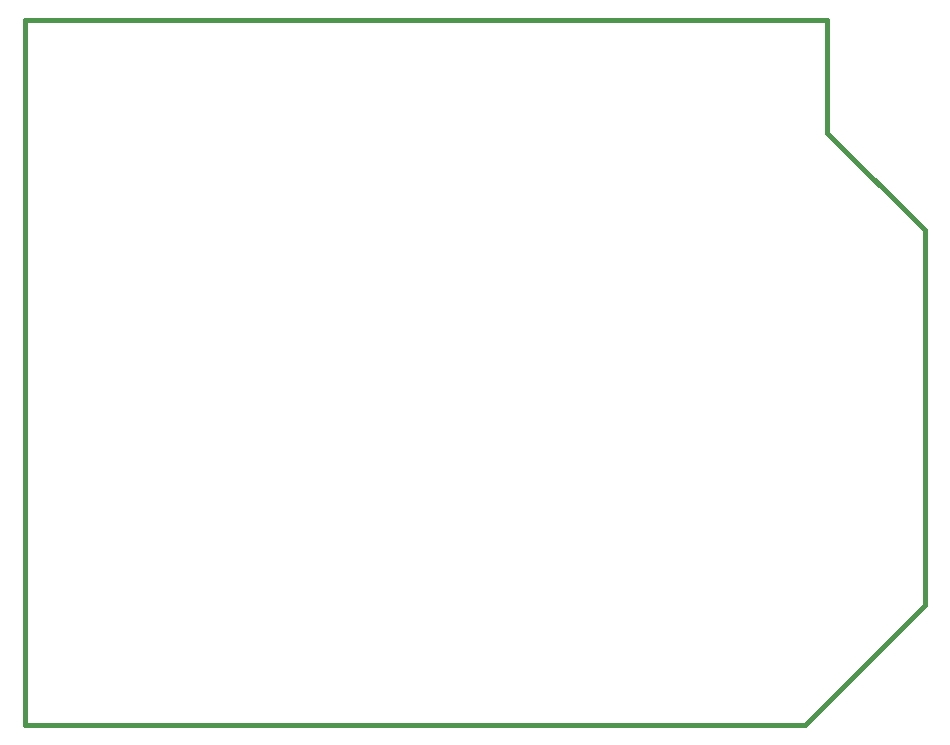
<source format=gbr>
G04 (created by PCBNEW-RS274X (2012-01-19 BZR 3256)-stable) date 6/8/2014 1:57:20 PM*
G01*
G70*
G90*
%MOIN*%
G04 Gerber Fmt 3.4, Leading zero omitted, Abs format*
%FSLAX34Y34*%
G04 APERTURE LIST*
%ADD10C,0.006000*%
%ADD11C,0.015000*%
G04 APERTURE END LIST*
G54D10*
G54D11*
X73750Y-58500D02*
X65000Y-58500D01*
X77750Y-54500D02*
X73750Y-58500D01*
X47750Y-35000D02*
X48250Y-35000D01*
X47750Y-56250D02*
X47750Y-35000D01*
X65000Y-58500D02*
X47750Y-58500D01*
X77750Y-42000D02*
X77750Y-54500D01*
X74500Y-38750D02*
X77750Y-42000D01*
X74500Y-35000D02*
X74500Y-38750D01*
X48250Y-35000D02*
X74500Y-35000D01*
X47750Y-58500D02*
X47750Y-56250D01*
M02*

</source>
